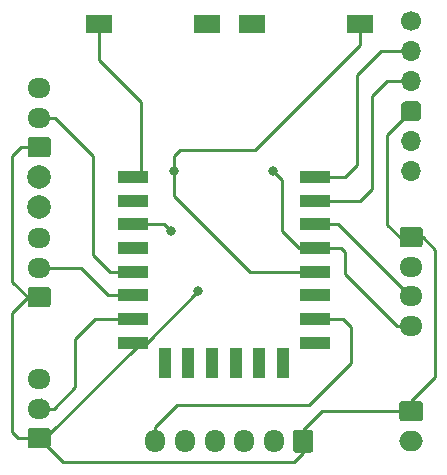
<source format=gtl>
G04 #@! TF.GenerationSoftware,KiCad,Pcbnew,5.1.5*
G04 #@! TF.CreationDate,2020-01-13T20:05:45+01:00*
G04 #@! TF.ProjectId,ESP8266_Uni,45535038-3236-4365-9f55-6e692e6b6963,rev?*
G04 #@! TF.SameCoordinates,Original*
G04 #@! TF.FileFunction,Copper,L1,Top*
G04 #@! TF.FilePolarity,Positive*
%FSLAX46Y46*%
G04 Gerber Fmt 4.6, Leading zero omitted, Abs format (unit mm)*
G04 Created by KiCad (PCBNEW 5.1.5) date 2020-01-13 20:05:45*
%MOMM*%
%LPD*%
G04 APERTURE LIST*
%ADD10C,2.000000*%
%ADD11R,2.500000X1.100000*%
%ADD12R,1.100000X2.500000*%
%ADD13C,0.100000*%
%ADD14O,1.700000X1.950000*%
%ADD15O,2.000000X1.700000*%
%ADD16O,1.950000X1.700000*%
%ADD17R,2.180000X1.600000*%
%ADD18C,1.700000*%
%ADD19O,1.700000X1.700000*%
%ADD20C,0.800000*%
%ADD21C,0.250000*%
G04 APERTURE END LIST*
D10*
X111252000Y-37592000D03*
X111252000Y-35052000D03*
D11*
X119188000Y-35052000D03*
X119188000Y-37052000D03*
X119188000Y-39052000D03*
X119188000Y-41052000D03*
X119188000Y-43052000D03*
X119188000Y-45052000D03*
X119188000Y-47052000D03*
X119188000Y-49052000D03*
X134588000Y-49052000D03*
X134588000Y-47052000D03*
X134588000Y-45052000D03*
X134588000Y-43052000D03*
X134588000Y-41052000D03*
X134588000Y-39052000D03*
X134588000Y-37052000D03*
X134588000Y-35052000D03*
D12*
X121878000Y-50752000D03*
X123878000Y-50752000D03*
X125878000Y-50752000D03*
X127878000Y-50752000D03*
X129878000Y-50752000D03*
X131878000Y-50752000D03*
G04 #@! TA.AperFunction,ComponentPad*
D13*
G36*
X134228504Y-56430204D02*
G01*
X134252773Y-56433804D01*
X134276571Y-56439765D01*
X134299671Y-56448030D01*
X134321849Y-56458520D01*
X134342893Y-56471133D01*
X134362598Y-56485747D01*
X134380777Y-56502223D01*
X134397253Y-56520402D01*
X134411867Y-56540107D01*
X134424480Y-56561151D01*
X134434970Y-56583329D01*
X134443235Y-56606429D01*
X134449196Y-56630227D01*
X134452796Y-56654496D01*
X134454000Y-56679000D01*
X134454000Y-58129000D01*
X134452796Y-58153504D01*
X134449196Y-58177773D01*
X134443235Y-58201571D01*
X134434970Y-58224671D01*
X134424480Y-58246849D01*
X134411867Y-58267893D01*
X134397253Y-58287598D01*
X134380777Y-58305777D01*
X134362598Y-58322253D01*
X134342893Y-58336867D01*
X134321849Y-58349480D01*
X134299671Y-58359970D01*
X134276571Y-58368235D01*
X134252773Y-58374196D01*
X134228504Y-58377796D01*
X134204000Y-58379000D01*
X133004000Y-58379000D01*
X132979496Y-58377796D01*
X132955227Y-58374196D01*
X132931429Y-58368235D01*
X132908329Y-58359970D01*
X132886151Y-58349480D01*
X132865107Y-58336867D01*
X132845402Y-58322253D01*
X132827223Y-58305777D01*
X132810747Y-58287598D01*
X132796133Y-58267893D01*
X132783520Y-58246849D01*
X132773030Y-58224671D01*
X132764765Y-58201571D01*
X132758804Y-58177773D01*
X132755204Y-58153504D01*
X132754000Y-58129000D01*
X132754000Y-56679000D01*
X132755204Y-56654496D01*
X132758804Y-56630227D01*
X132764765Y-56606429D01*
X132773030Y-56583329D01*
X132783520Y-56561151D01*
X132796133Y-56540107D01*
X132810747Y-56520402D01*
X132827223Y-56502223D01*
X132845402Y-56485747D01*
X132865107Y-56471133D01*
X132886151Y-56458520D01*
X132908329Y-56448030D01*
X132931429Y-56439765D01*
X132955227Y-56433804D01*
X132979496Y-56430204D01*
X133004000Y-56429000D01*
X134204000Y-56429000D01*
X134228504Y-56430204D01*
G37*
G04 #@! TD.AperFunction*
D14*
X131104000Y-57404000D03*
X128604000Y-57404000D03*
X126104000Y-57404000D03*
X123604000Y-57404000D03*
X121104000Y-57404000D03*
G04 #@! TA.AperFunction,ComponentPad*
D13*
G36*
X143522504Y-54015204D02*
G01*
X143546773Y-54018804D01*
X143570571Y-54024765D01*
X143593671Y-54033030D01*
X143615849Y-54043520D01*
X143636893Y-54056133D01*
X143656598Y-54070747D01*
X143674777Y-54087223D01*
X143691253Y-54105402D01*
X143705867Y-54125107D01*
X143718480Y-54146151D01*
X143728970Y-54168329D01*
X143737235Y-54191429D01*
X143743196Y-54215227D01*
X143746796Y-54239496D01*
X143748000Y-54264000D01*
X143748000Y-55464000D01*
X143746796Y-55488504D01*
X143743196Y-55512773D01*
X143737235Y-55536571D01*
X143728970Y-55559671D01*
X143718480Y-55581849D01*
X143705867Y-55602893D01*
X143691253Y-55622598D01*
X143674777Y-55640777D01*
X143656598Y-55657253D01*
X143636893Y-55671867D01*
X143615849Y-55684480D01*
X143593671Y-55694970D01*
X143570571Y-55703235D01*
X143546773Y-55709196D01*
X143522504Y-55712796D01*
X143498000Y-55714000D01*
X141998000Y-55714000D01*
X141973496Y-55712796D01*
X141949227Y-55709196D01*
X141925429Y-55703235D01*
X141902329Y-55694970D01*
X141880151Y-55684480D01*
X141859107Y-55671867D01*
X141839402Y-55657253D01*
X141821223Y-55640777D01*
X141804747Y-55622598D01*
X141790133Y-55602893D01*
X141777520Y-55581849D01*
X141767030Y-55559671D01*
X141758765Y-55536571D01*
X141752804Y-55512773D01*
X141749204Y-55488504D01*
X141748000Y-55464000D01*
X141748000Y-54264000D01*
X141749204Y-54239496D01*
X141752804Y-54215227D01*
X141758765Y-54191429D01*
X141767030Y-54168329D01*
X141777520Y-54146151D01*
X141790133Y-54125107D01*
X141804747Y-54105402D01*
X141821223Y-54087223D01*
X141839402Y-54070747D01*
X141859107Y-54056133D01*
X141880151Y-54043520D01*
X141902329Y-54033030D01*
X141925429Y-54024765D01*
X141949227Y-54018804D01*
X141973496Y-54015204D01*
X141998000Y-54014000D01*
X143498000Y-54014000D01*
X143522504Y-54015204D01*
G37*
G04 #@! TD.AperFunction*
D15*
X142748000Y-57364000D03*
G04 #@! TA.AperFunction,ComponentPad*
D13*
G36*
X143497504Y-39283204D02*
G01*
X143521773Y-39286804D01*
X143545571Y-39292765D01*
X143568671Y-39301030D01*
X143590849Y-39311520D01*
X143611893Y-39324133D01*
X143631598Y-39338747D01*
X143649777Y-39355223D01*
X143666253Y-39373402D01*
X143680867Y-39393107D01*
X143693480Y-39414151D01*
X143703970Y-39436329D01*
X143712235Y-39459429D01*
X143718196Y-39483227D01*
X143721796Y-39507496D01*
X143723000Y-39532000D01*
X143723000Y-40732000D01*
X143721796Y-40756504D01*
X143718196Y-40780773D01*
X143712235Y-40804571D01*
X143703970Y-40827671D01*
X143693480Y-40849849D01*
X143680867Y-40870893D01*
X143666253Y-40890598D01*
X143649777Y-40908777D01*
X143631598Y-40925253D01*
X143611893Y-40939867D01*
X143590849Y-40952480D01*
X143568671Y-40962970D01*
X143545571Y-40971235D01*
X143521773Y-40977196D01*
X143497504Y-40980796D01*
X143473000Y-40982000D01*
X142023000Y-40982000D01*
X141998496Y-40980796D01*
X141974227Y-40977196D01*
X141950429Y-40971235D01*
X141927329Y-40962970D01*
X141905151Y-40952480D01*
X141884107Y-40939867D01*
X141864402Y-40925253D01*
X141846223Y-40908777D01*
X141829747Y-40890598D01*
X141815133Y-40870893D01*
X141802520Y-40849849D01*
X141792030Y-40827671D01*
X141783765Y-40804571D01*
X141777804Y-40780773D01*
X141774204Y-40756504D01*
X141773000Y-40732000D01*
X141773000Y-39532000D01*
X141774204Y-39507496D01*
X141777804Y-39483227D01*
X141783765Y-39459429D01*
X141792030Y-39436329D01*
X141802520Y-39414151D01*
X141815133Y-39393107D01*
X141829747Y-39373402D01*
X141846223Y-39355223D01*
X141864402Y-39338747D01*
X141884107Y-39324133D01*
X141905151Y-39311520D01*
X141927329Y-39301030D01*
X141950429Y-39292765D01*
X141974227Y-39286804D01*
X141998496Y-39283204D01*
X142023000Y-39282000D01*
X143473000Y-39282000D01*
X143497504Y-39283204D01*
G37*
G04 #@! TD.AperFunction*
D16*
X142748000Y-42632000D03*
X142748000Y-45132000D03*
X142748000Y-47632000D03*
G04 #@! TA.AperFunction,ComponentPad*
D13*
G36*
X112001504Y-44363204D02*
G01*
X112025773Y-44366804D01*
X112049571Y-44372765D01*
X112072671Y-44381030D01*
X112094849Y-44391520D01*
X112115893Y-44404133D01*
X112135598Y-44418747D01*
X112153777Y-44435223D01*
X112170253Y-44453402D01*
X112184867Y-44473107D01*
X112197480Y-44494151D01*
X112207970Y-44516329D01*
X112216235Y-44539429D01*
X112222196Y-44563227D01*
X112225796Y-44587496D01*
X112227000Y-44612000D01*
X112227000Y-45812000D01*
X112225796Y-45836504D01*
X112222196Y-45860773D01*
X112216235Y-45884571D01*
X112207970Y-45907671D01*
X112197480Y-45929849D01*
X112184867Y-45950893D01*
X112170253Y-45970598D01*
X112153777Y-45988777D01*
X112135598Y-46005253D01*
X112115893Y-46019867D01*
X112094849Y-46032480D01*
X112072671Y-46042970D01*
X112049571Y-46051235D01*
X112025773Y-46057196D01*
X112001504Y-46060796D01*
X111977000Y-46062000D01*
X110527000Y-46062000D01*
X110502496Y-46060796D01*
X110478227Y-46057196D01*
X110454429Y-46051235D01*
X110431329Y-46042970D01*
X110409151Y-46032480D01*
X110388107Y-46019867D01*
X110368402Y-46005253D01*
X110350223Y-45988777D01*
X110333747Y-45970598D01*
X110319133Y-45950893D01*
X110306520Y-45929849D01*
X110296030Y-45907671D01*
X110287765Y-45884571D01*
X110281804Y-45860773D01*
X110278204Y-45836504D01*
X110277000Y-45812000D01*
X110277000Y-44612000D01*
X110278204Y-44587496D01*
X110281804Y-44563227D01*
X110287765Y-44539429D01*
X110296030Y-44516329D01*
X110306520Y-44494151D01*
X110319133Y-44473107D01*
X110333747Y-44453402D01*
X110350223Y-44435223D01*
X110368402Y-44418747D01*
X110388107Y-44404133D01*
X110409151Y-44391520D01*
X110431329Y-44381030D01*
X110454429Y-44372765D01*
X110478227Y-44366804D01*
X110502496Y-44363204D01*
X110527000Y-44362000D01*
X111977000Y-44362000D01*
X112001504Y-44363204D01*
G37*
G04 #@! TD.AperFunction*
D16*
X111252000Y-42712000D03*
X111252000Y-40212000D03*
X111252000Y-52150000D03*
X111252000Y-54650000D03*
G04 #@! TA.AperFunction,ComponentPad*
D13*
G36*
X112001504Y-56301204D02*
G01*
X112025773Y-56304804D01*
X112049571Y-56310765D01*
X112072671Y-56319030D01*
X112094849Y-56329520D01*
X112115893Y-56342133D01*
X112135598Y-56356747D01*
X112153777Y-56373223D01*
X112170253Y-56391402D01*
X112184867Y-56411107D01*
X112197480Y-56432151D01*
X112207970Y-56454329D01*
X112216235Y-56477429D01*
X112222196Y-56501227D01*
X112225796Y-56525496D01*
X112227000Y-56550000D01*
X112227000Y-57750000D01*
X112225796Y-57774504D01*
X112222196Y-57798773D01*
X112216235Y-57822571D01*
X112207970Y-57845671D01*
X112197480Y-57867849D01*
X112184867Y-57888893D01*
X112170253Y-57908598D01*
X112153777Y-57926777D01*
X112135598Y-57943253D01*
X112115893Y-57957867D01*
X112094849Y-57970480D01*
X112072671Y-57980970D01*
X112049571Y-57989235D01*
X112025773Y-57995196D01*
X112001504Y-57998796D01*
X111977000Y-58000000D01*
X110527000Y-58000000D01*
X110502496Y-57998796D01*
X110478227Y-57995196D01*
X110454429Y-57989235D01*
X110431329Y-57980970D01*
X110409151Y-57970480D01*
X110388107Y-57957867D01*
X110368402Y-57943253D01*
X110350223Y-57926777D01*
X110333747Y-57908598D01*
X110319133Y-57888893D01*
X110306520Y-57867849D01*
X110296030Y-57845671D01*
X110287765Y-57822571D01*
X110281804Y-57798773D01*
X110278204Y-57774504D01*
X110277000Y-57750000D01*
X110277000Y-56550000D01*
X110278204Y-56525496D01*
X110281804Y-56501227D01*
X110287765Y-56477429D01*
X110296030Y-56454329D01*
X110306520Y-56432151D01*
X110319133Y-56411107D01*
X110333747Y-56391402D01*
X110350223Y-56373223D01*
X110368402Y-56356747D01*
X110388107Y-56342133D01*
X110409151Y-56329520D01*
X110431329Y-56319030D01*
X110454429Y-56310765D01*
X110478227Y-56304804D01*
X110502496Y-56301204D01*
X110527000Y-56300000D01*
X111977000Y-56300000D01*
X112001504Y-56301204D01*
G37*
G04 #@! TD.AperFunction*
G04 #@! TA.AperFunction,ComponentPad*
G36*
X112001504Y-31663204D02*
G01*
X112025773Y-31666804D01*
X112049571Y-31672765D01*
X112072671Y-31681030D01*
X112094849Y-31691520D01*
X112115893Y-31704133D01*
X112135598Y-31718747D01*
X112153777Y-31735223D01*
X112170253Y-31753402D01*
X112184867Y-31773107D01*
X112197480Y-31794151D01*
X112207970Y-31816329D01*
X112216235Y-31839429D01*
X112222196Y-31863227D01*
X112225796Y-31887496D01*
X112227000Y-31912000D01*
X112227000Y-33112000D01*
X112225796Y-33136504D01*
X112222196Y-33160773D01*
X112216235Y-33184571D01*
X112207970Y-33207671D01*
X112197480Y-33229849D01*
X112184867Y-33250893D01*
X112170253Y-33270598D01*
X112153777Y-33288777D01*
X112135598Y-33305253D01*
X112115893Y-33319867D01*
X112094849Y-33332480D01*
X112072671Y-33342970D01*
X112049571Y-33351235D01*
X112025773Y-33357196D01*
X112001504Y-33360796D01*
X111977000Y-33362000D01*
X110527000Y-33362000D01*
X110502496Y-33360796D01*
X110478227Y-33357196D01*
X110454429Y-33351235D01*
X110431329Y-33342970D01*
X110409151Y-33332480D01*
X110388107Y-33319867D01*
X110368402Y-33305253D01*
X110350223Y-33288777D01*
X110333747Y-33270598D01*
X110319133Y-33250893D01*
X110306520Y-33229849D01*
X110296030Y-33207671D01*
X110287765Y-33184571D01*
X110281804Y-33160773D01*
X110278204Y-33136504D01*
X110277000Y-33112000D01*
X110277000Y-31912000D01*
X110278204Y-31887496D01*
X110281804Y-31863227D01*
X110287765Y-31839429D01*
X110296030Y-31816329D01*
X110306520Y-31794151D01*
X110319133Y-31773107D01*
X110333747Y-31753402D01*
X110350223Y-31735223D01*
X110368402Y-31718747D01*
X110388107Y-31704133D01*
X110409151Y-31691520D01*
X110431329Y-31681030D01*
X110454429Y-31672765D01*
X110478227Y-31666804D01*
X110502496Y-31663204D01*
X110527000Y-31662000D01*
X111977000Y-31662000D01*
X112001504Y-31663204D01*
G37*
G04 #@! TD.AperFunction*
D16*
X111252000Y-30012000D03*
X111252000Y-27512000D03*
D17*
X125494000Y-22098000D03*
X116314000Y-22098000D03*
D18*
X142748000Y-21844000D03*
D19*
X142748000Y-24384000D03*
X142748000Y-26924000D03*
G04 #@! TA.AperFunction,ComponentPad*
D13*
G36*
X143214657Y-28616046D02*
G01*
X143255913Y-28622166D01*
X143296371Y-28632300D01*
X143335640Y-28646351D01*
X143373344Y-28664183D01*
X143409117Y-28685625D01*
X143442617Y-28710471D01*
X143473520Y-28738480D01*
X143501529Y-28769383D01*
X143526375Y-28802883D01*
X143547817Y-28838656D01*
X143565649Y-28876360D01*
X143579700Y-28915629D01*
X143589834Y-28956087D01*
X143595954Y-28997343D01*
X143598000Y-29039000D01*
X143598000Y-29889000D01*
X143595954Y-29930657D01*
X143589834Y-29971913D01*
X143579700Y-30012371D01*
X143565649Y-30051640D01*
X143547817Y-30089344D01*
X143526375Y-30125117D01*
X143501529Y-30158617D01*
X143473520Y-30189520D01*
X143442617Y-30217529D01*
X143409117Y-30242375D01*
X143373344Y-30263817D01*
X143335640Y-30281649D01*
X143296371Y-30295700D01*
X143255913Y-30305834D01*
X143214657Y-30311954D01*
X143173000Y-30314000D01*
X142323000Y-30314000D01*
X142281343Y-30311954D01*
X142240087Y-30305834D01*
X142199629Y-30295700D01*
X142160360Y-30281649D01*
X142122656Y-30263817D01*
X142086883Y-30242375D01*
X142053383Y-30217529D01*
X142022480Y-30189520D01*
X141994471Y-30158617D01*
X141969625Y-30125117D01*
X141948183Y-30089344D01*
X141930351Y-30051640D01*
X141916300Y-30012371D01*
X141906166Y-29971913D01*
X141900046Y-29930657D01*
X141898000Y-29889000D01*
X141898000Y-29039000D01*
X141900046Y-28997343D01*
X141906166Y-28956087D01*
X141916300Y-28915629D01*
X141930351Y-28876360D01*
X141948183Y-28838656D01*
X141969625Y-28802883D01*
X141994471Y-28769383D01*
X142022480Y-28738480D01*
X142053383Y-28710471D01*
X142086883Y-28685625D01*
X142122656Y-28664183D01*
X142160360Y-28646351D01*
X142199629Y-28632300D01*
X142240087Y-28622166D01*
X142281343Y-28616046D01*
X142323000Y-28614000D01*
X143173000Y-28614000D01*
X143214657Y-28616046D01*
G37*
G04 #@! TD.AperFunction*
D19*
X142748000Y-32004000D03*
X142748000Y-34544000D03*
D17*
X129268000Y-22098000D03*
X138448000Y-22098000D03*
D20*
X122428000Y-39624000D03*
X124714000Y-44704000D03*
X119380000Y-49131000D03*
X122682000Y-34544000D03*
X134620000Y-49022000D03*
X129286000Y-22098000D03*
X125476000Y-22098000D03*
X131064000Y-34544000D03*
X134620000Y-47117000D03*
X118872000Y-43053000D03*
X118618000Y-37084000D03*
X118872000Y-41061614D03*
D21*
X129878000Y-50052000D02*
X129878000Y-51478000D01*
X121856000Y-39052000D02*
X119888000Y-39052000D01*
X122428000Y-39624000D02*
X121856000Y-39052000D01*
X111252000Y-56388000D02*
X111252000Y-57238000D01*
X141748000Y-54864000D02*
X142748000Y-54864000D01*
X135169000Y-54864000D02*
X141748000Y-54864000D01*
X133604000Y-56429000D02*
X135169000Y-54864000D01*
X133604000Y-57404000D02*
X133604000Y-56429000D01*
X142748000Y-54014000D02*
X144780000Y-51982000D01*
X142748000Y-54864000D02*
X142748000Y-54014000D01*
X143723000Y-40132000D02*
X142748000Y-40132000D01*
X144780000Y-41189000D02*
X143723000Y-40132000D01*
X144780000Y-51982000D02*
X144780000Y-41189000D01*
X140716000Y-39075000D02*
X140716000Y-31496000D01*
X142748000Y-40132000D02*
X141773000Y-40132000D01*
X140716000Y-31496000D02*
X142748000Y-29464000D01*
X141773000Y-40132000D02*
X140716000Y-39075000D01*
X111252000Y-57150000D02*
X109474000Y-57150000D01*
X109474000Y-57150000D02*
X108966000Y-56642000D01*
X108966000Y-46523000D02*
X110277000Y-45212000D01*
X108966000Y-56642000D02*
X108966000Y-46523000D01*
X110277000Y-45212000D02*
X111252000Y-45212000D01*
X120366000Y-49052000D02*
X124714000Y-44704000D01*
X119888000Y-49052000D02*
X120366000Y-49052000D01*
X111790000Y-57150000D02*
X111252000Y-57150000D01*
X119888000Y-49052000D02*
X111790000Y-57150000D01*
X133604000Y-58379000D02*
X133604000Y-57404000D01*
X132801000Y-59182000D02*
X133604000Y-58379000D01*
X111252000Y-57150000D02*
X113284000Y-59182000D01*
X113284000Y-59182000D02*
X132801000Y-59182000D01*
X109728000Y-32512000D02*
X108966000Y-33274000D01*
X108966000Y-43901000D02*
X110277000Y-45212000D01*
X108966000Y-33274000D02*
X108966000Y-43901000D01*
X109728000Y-32512000D02*
X111252000Y-32512000D01*
X122682000Y-36665519D02*
X122682000Y-34544000D01*
X133888000Y-43052000D02*
X129068481Y-43052000D01*
X129068481Y-43052000D02*
X122682000Y-36665519D01*
X129540000Y-32766000D02*
X138448000Y-23858000D01*
X123190000Y-32766000D02*
X129540000Y-32766000D01*
X138448000Y-23858000D02*
X138448000Y-22606000D01*
X122682000Y-34544000D02*
X122682000Y-33274000D01*
X122682000Y-33274000D02*
X123190000Y-32766000D01*
X137160000Y-35052000D02*
X133888000Y-35052000D01*
X138176000Y-34036000D02*
X137160000Y-35052000D01*
X142748000Y-24384000D02*
X140208000Y-24384000D01*
X138176000Y-26416000D02*
X138176000Y-34036000D01*
X140208000Y-24384000D02*
X138176000Y-26416000D01*
X138398000Y-37052000D02*
X133888000Y-37052000D01*
X139446000Y-28194000D02*
X139446000Y-36068000D01*
X140716000Y-26924000D02*
X139446000Y-28194000D01*
X142748000Y-26924000D02*
X140716000Y-26924000D01*
X139446000Y-36068000D02*
X138430000Y-37084000D01*
X138430000Y-37084000D02*
X138398000Y-37052000D01*
X142623000Y-45132000D02*
X142748000Y-45132000D01*
X136543000Y-39052000D02*
X142623000Y-45132000D01*
X133888000Y-39052000D02*
X136543000Y-39052000D01*
X133888000Y-39052000D02*
X133698000Y-38862000D01*
X133888000Y-41052000D02*
X136810000Y-41052000D01*
X136810000Y-41052000D02*
X137160000Y-41402000D01*
X141523000Y-47632000D02*
X142748000Y-47632000D01*
X137160000Y-43269000D02*
X141523000Y-47632000D01*
X137160000Y-41402000D02*
X137160000Y-43269000D01*
X131826000Y-35306000D02*
X131064000Y-34544000D01*
X131826000Y-39624000D02*
X131826000Y-35306000D01*
X133888000Y-41052000D02*
X133254000Y-41052000D01*
X133254000Y-41052000D02*
X131826000Y-39624000D01*
X136968000Y-47052000D02*
X133888000Y-47052000D01*
X137668000Y-47752000D02*
X136968000Y-47052000D01*
X121104000Y-56179000D02*
X122927000Y-54356000D01*
X121104000Y-57404000D02*
X121104000Y-56179000D01*
X134112000Y-54356000D02*
X137668000Y-50800000D01*
X122927000Y-54356000D02*
X134112000Y-54356000D01*
X137668000Y-50800000D02*
X137668000Y-47752000D01*
X116314000Y-22098000D02*
X115280000Y-22098000D01*
X116332000Y-22116000D02*
X116314000Y-22098000D01*
X116332000Y-25146000D02*
X116332000Y-22116000D01*
X119888000Y-35052000D02*
X119888000Y-28702000D01*
X119888000Y-28702000D02*
X116332000Y-25146000D01*
X117220000Y-43052000D02*
X115824000Y-41656000D01*
X112562000Y-30012000D02*
X112014000Y-30012000D01*
X115824000Y-41656000D02*
X115824000Y-33274000D01*
X119888000Y-43052000D02*
X117220000Y-43052000D01*
X115824000Y-33274000D02*
X112562000Y-30012000D01*
X117108000Y-45052000D02*
X119888000Y-45052000D01*
X114768000Y-42712000D02*
X111252000Y-42712000D01*
X117108000Y-45052000D02*
X114768000Y-42712000D01*
X114300000Y-48768000D02*
X116016000Y-47052000D01*
X111377000Y-53888000D02*
X111417000Y-53848000D01*
X116016000Y-47052000D02*
X119888000Y-47052000D01*
X111252000Y-53888000D02*
X111377000Y-53888000D01*
X114300000Y-52832000D02*
X114300000Y-48768000D01*
X112482000Y-54650000D02*
X111252000Y-54650000D01*
X114300000Y-52832000D02*
X112482000Y-54650000D01*
M02*

</source>
